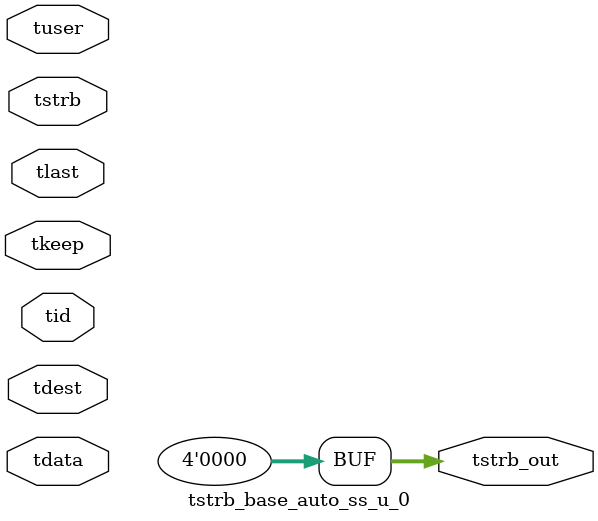
<source format=v>


`timescale 1ps/1ps

module tstrb_base_auto_ss_u_0 #
(
parameter C_S_AXIS_TDATA_WIDTH = 32,
parameter C_S_AXIS_TUSER_WIDTH = 0,
parameter C_S_AXIS_TID_WIDTH   = 0,
parameter C_S_AXIS_TDEST_WIDTH = 0,
parameter C_M_AXIS_TDATA_WIDTH = 32
)
(
input  [(C_S_AXIS_TDATA_WIDTH == 0 ? 1 : C_S_AXIS_TDATA_WIDTH)-1:0     ] tdata,
input  [(C_S_AXIS_TUSER_WIDTH == 0 ? 1 : C_S_AXIS_TUSER_WIDTH)-1:0     ] tuser,
input  [(C_S_AXIS_TID_WIDTH   == 0 ? 1 : C_S_AXIS_TID_WIDTH)-1:0       ] tid,
input  [(C_S_AXIS_TDEST_WIDTH == 0 ? 1 : C_S_AXIS_TDEST_WIDTH)-1:0     ] tdest,
input  [(C_S_AXIS_TDATA_WIDTH/8)-1:0 ] tkeep,
input  [(C_S_AXIS_TDATA_WIDTH/8)-1:0 ] tstrb,
input                                                                    tlast,
output [(C_M_AXIS_TDATA_WIDTH/8)-1:0 ] tstrb_out
);

assign tstrb_out = {1'b0};

endmodule


</source>
